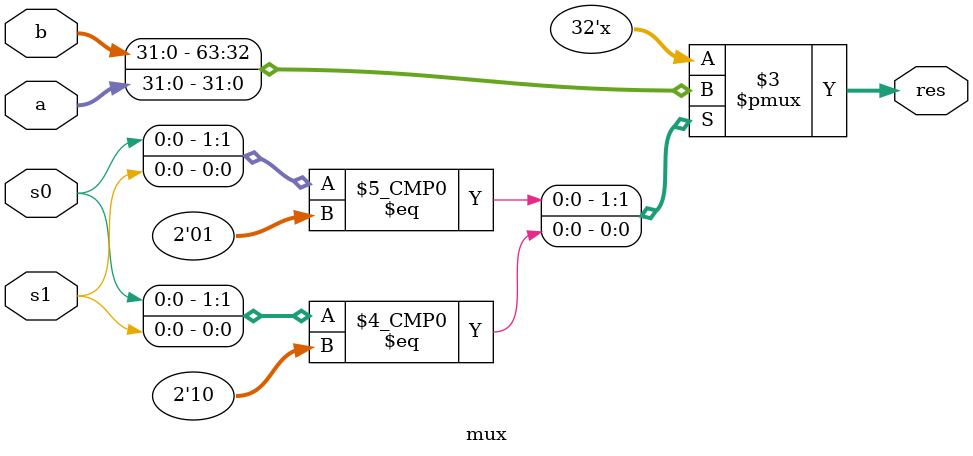
<source format=v>
module mux(res, s0,s1, a,b);
input s0;
input s1;
input [31:0]a;
input [31:0]b;
output reg [31:0]res;
always@(a,b,s0,s1)
case({s0,s1})
3'b01: res=b;
3'b10: res=a;
endcase

endmodule
</source>
